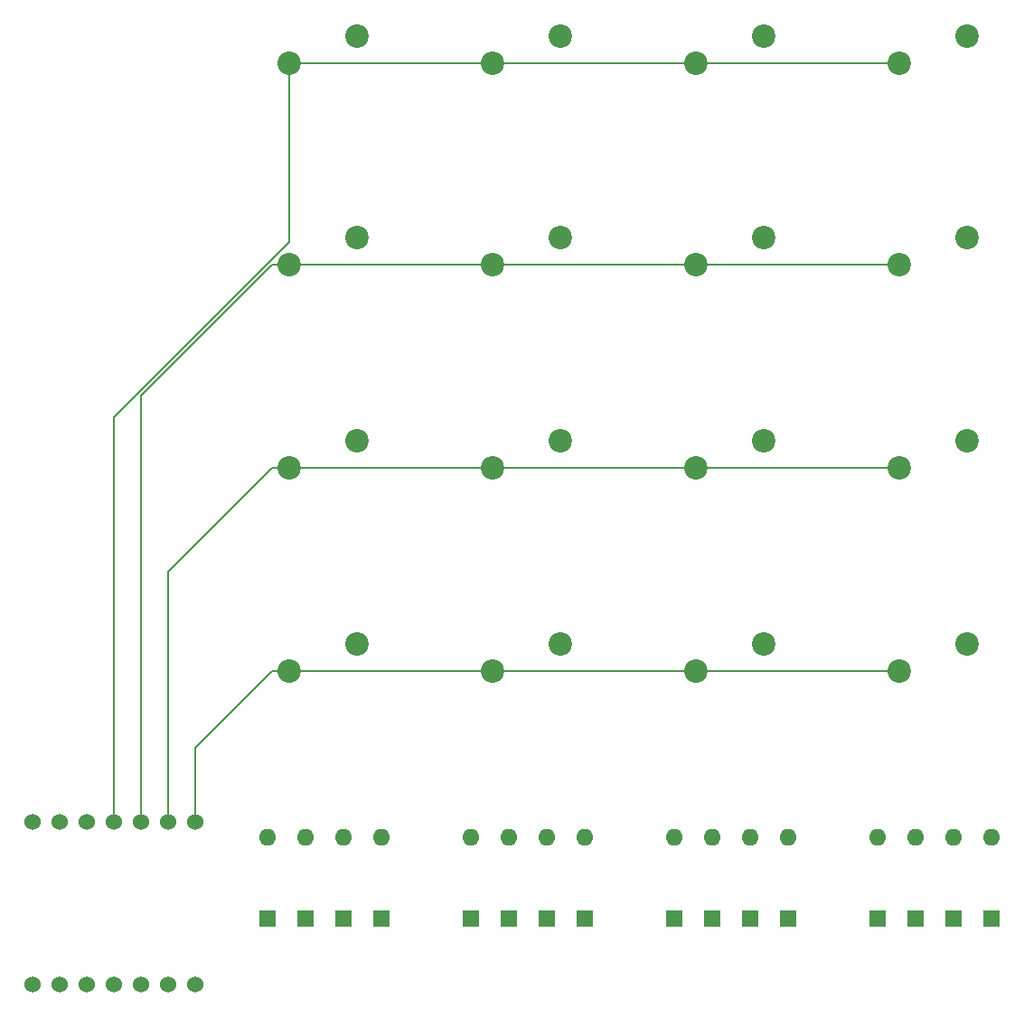
<source format=gbr>
%TF.GenerationSoftware,KiCad,Pcbnew,8.0.8*%
%TF.CreationDate,2025-02-17T14:53:19+01:00*%
%TF.ProjectId,macropad,6d616372-6f70-4616-942e-6b696361645f,rev?*%
%TF.SameCoordinates,Original*%
%TF.FileFunction,Copper,L2,Bot*%
%TF.FilePolarity,Positive*%
%FSLAX46Y46*%
G04 Gerber Fmt 4.6, Leading zero omitted, Abs format (unit mm)*
G04 Created by KiCad (PCBNEW 8.0.8) date 2025-02-17 14:53:19*
%MOMM*%
%LPD*%
G01*
G04 APERTURE LIST*
%TA.AperFunction,ComponentPad*%
%ADD10C,2.200000*%
%TD*%
%TA.AperFunction,ComponentPad*%
%ADD11R,1.600000X1.600000*%
%TD*%
%TA.AperFunction,ComponentPad*%
%ADD12O,1.600000X1.600000*%
%TD*%
%TA.AperFunction,ComponentPad*%
%ADD13C,1.524000*%
%TD*%
%TA.AperFunction,Conductor*%
%ADD14C,0.200000*%
%TD*%
G04 APERTURE END LIST*
D10*
%TO.P,SW11,1,1*%
%TO.N,Net-(D13-A)*%
X204765000Y-66272500D03*
%TO.P,SW11,2,2*%
%TO.N,Collom3*%
X198415000Y-68812500D03*
%TD*%
D11*
%TO.P,D16,1,K*%
%TO.N,Row4*%
X219025000Y-111063750D03*
D12*
%TO.P,D16,2,A*%
%TO.N,Net-(D16-A)*%
X219025000Y-103443750D03*
%TD*%
D10*
%TO.P,SW5,1,1*%
%TO.N,Net-(D7-A)*%
X185715000Y-28317500D03*
%TO.P,SW5,2,2*%
%TO.N,Collom1*%
X179365000Y-30857500D03*
%TD*%
%TO.P,SW13,1,1*%
%TO.N,Net-(D15-A)*%
X223815000Y-28317500D03*
%TO.P,SW13,2,2*%
%TO.N,Collom1*%
X217465000Y-30857500D03*
%TD*%
%TO.P,SW10,1,1*%
%TO.N,Net-(D12-A)*%
X204765000Y-47222500D03*
%TO.P,SW10,2,2*%
%TO.N,Collom2*%
X198415000Y-49762500D03*
%TD*%
%TO.P,SW12,1,1*%
%TO.N,Net-(D14-A)*%
X204765000Y-85322500D03*
%TO.P,SW12,2,2*%
%TO.N,Collom4*%
X198415000Y-87862500D03*
%TD*%
D11*
%TO.P,D7,1,K*%
%TO.N,Row2*%
X177375000Y-111063750D03*
D12*
%TO.P,D7,2,A*%
%TO.N,Net-(D7-A)*%
X177375000Y-103443750D03*
%TD*%
D11*
%TO.P,D12,1,K*%
%TO.N,Row3*%
X199975000Y-111063750D03*
D12*
%TO.P,D12,2,A*%
%TO.N,Net-(D12-A)*%
X199975000Y-103443750D03*
%TD*%
D11*
%TO.P,D11,1,K*%
%TO.N,Row3*%
X196425000Y-111063750D03*
D12*
%TO.P,D11,2,A*%
%TO.N,Net-(D11-A)*%
X196425000Y-103443750D03*
%TD*%
D11*
%TO.P,D8,1,K*%
%TO.N,Row2*%
X180925000Y-111063750D03*
D12*
%TO.P,D8,2,A*%
%TO.N,Net-(D8-A)*%
X180925000Y-103443750D03*
%TD*%
D11*
%TO.P,D6,1,K*%
%TO.N,Row1*%
X168975000Y-111063750D03*
D12*
%TO.P,D6,2,A*%
%TO.N,Net-(D6-A)*%
X168975000Y-103443750D03*
%TD*%
D10*
%TO.P,SW16,1,1*%
%TO.N,Net-(D18-A)*%
X223815000Y-85322500D03*
%TO.P,SW16,2,2*%
%TO.N,Collom4*%
X217465000Y-87862500D03*
%TD*%
%TO.P,SW8,1,1*%
%TO.N,Net-(D10-A)*%
X185715000Y-85322500D03*
%TO.P,SW8,2,2*%
%TO.N,Collom4*%
X179365000Y-87862500D03*
%TD*%
D11*
%TO.P,D15,1,K*%
%TO.N,Row4*%
X215475000Y-111063750D03*
D12*
%TO.P,D15,2,A*%
%TO.N,Net-(D15-A)*%
X215475000Y-103443750D03*
%TD*%
D11*
%TO.P,D14,1,K*%
%TO.N,Row3*%
X207075000Y-111063750D03*
D12*
%TO.P,D14,2,A*%
%TO.N,Net-(D14-A)*%
X207075000Y-103443750D03*
%TD*%
D10*
%TO.P,SW4,1,1*%
%TO.N,Net-(D6-A)*%
X166665000Y-85322500D03*
%TO.P,SW4,2,2*%
%TO.N,Collom4*%
X160315000Y-87862500D03*
%TD*%
D11*
%TO.P,D10,1,K*%
%TO.N,Row2*%
X188025000Y-111063750D03*
D12*
%TO.P,D10,2,A*%
%TO.N,Net-(D10-A)*%
X188025000Y-103443750D03*
%TD*%
D11*
%TO.P,D18,1,K*%
%TO.N,Row4*%
X226125000Y-111063750D03*
D12*
%TO.P,D18,2,A*%
%TO.N,Net-(D18-A)*%
X226125000Y-103443750D03*
%TD*%
D10*
%TO.P,SW9,1,1*%
%TO.N,Net-(D11-A)*%
X204765000Y-28317500D03*
%TO.P,SW9,2,2*%
%TO.N,Collom1*%
X198415000Y-30857500D03*
%TD*%
D11*
%TO.P,D4,1,K*%
%TO.N,Row1*%
X161875000Y-111063750D03*
D12*
%TO.P,D4,2,A*%
%TO.N,Net-(D4-A)*%
X161875000Y-103443750D03*
%TD*%
D10*
%TO.P,SW15,1,1*%
%TO.N,Net-(D17-A)*%
X223815000Y-66272500D03*
%TO.P,SW15,2,2*%
%TO.N,Collom3*%
X217465000Y-68812500D03*
%TD*%
D11*
%TO.P,D9,1,K*%
%TO.N,Row2*%
X184475000Y-111063750D03*
D12*
%TO.P,D9,2,A*%
%TO.N,Net-(D9-A)*%
X184475000Y-103443750D03*
%TD*%
D10*
%TO.P,SW14,1,1*%
%TO.N,Net-(D16-A)*%
X223815000Y-47222500D03*
%TO.P,SW14,2,2*%
%TO.N,Collom2*%
X217465000Y-49762500D03*
%TD*%
D11*
%TO.P,D17,1,K*%
%TO.N,Row4*%
X222575000Y-111063750D03*
D12*
%TO.P,D17,2,A*%
%TO.N,Net-(D17-A)*%
X222575000Y-103443750D03*
%TD*%
D10*
%TO.P,SW2,1,1*%
%TO.N,Net-(D4-A)*%
X166665000Y-47222500D03*
%TO.P,SW2,2,2*%
%TO.N,Collom2*%
X160315000Y-49762500D03*
%TD*%
%TO.P,SW6,1,1*%
%TO.N,Net-(D8-A)*%
X185715000Y-47222500D03*
%TO.P,SW6,2,2*%
%TO.N,Collom2*%
X179365000Y-49762500D03*
%TD*%
D11*
%TO.P,D5,1,K*%
%TO.N,Row1*%
X165425000Y-111063750D03*
D12*
%TO.P,D5,2,A*%
%TO.N,Net-(D5-A)*%
X165425000Y-103443750D03*
%TD*%
D10*
%TO.P,SW1,1,1*%
%TO.N,Net-(D3-A)*%
X166665000Y-28317500D03*
%TO.P,SW1,2,2*%
%TO.N,Collom1*%
X160315000Y-30857500D03*
%TD*%
%TO.P,SW7,1,1*%
%TO.N,Net-(D9-A)*%
X185715000Y-66272500D03*
%TO.P,SW7,2,2*%
%TO.N,Collom3*%
X179365000Y-68812500D03*
%TD*%
D13*
%TO.P,U1,1,GPIO26/ADC0/A0*%
%TO.N,Net-(D1-DIN)*%
X136290275Y-117255000D03*
%TO.P,U1,2,GPIO27/ADC1/A1*%
%TO.N,unconnected-(U1-GPIO27{slash}ADC1{slash}A1-Pad2)*%
X138830275Y-117255000D03*
%TO.P,U1,3,GPIO28/ADC2/A2*%
%TO.N,unconnected-(U1-GPIO28{slash}ADC2{slash}A2-Pad3)*%
X141370275Y-117255000D03*
%TO.P,U1,4,GPIO29/ADC3/A3*%
%TO.N,Row1*%
X143910275Y-117255000D03*
%TO.P,U1,5,GPIO6/SDA*%
%TO.N,Row2*%
X146450275Y-117255000D03*
%TO.P,U1,6,GPIO7/SCL*%
%TO.N,Row3*%
X148990275Y-117255000D03*
%TO.P,U1,7,GPIO0/TX*%
%TO.N,Row4*%
X151530275Y-117255000D03*
%TO.P,U1,8,GPIO1/RX*%
%TO.N,Collom4*%
X151530275Y-102015000D03*
%TO.P,U1,9,GPIO2/SCK*%
%TO.N,Collom3*%
X148990275Y-102015000D03*
%TO.P,U1,10,GPIO4/MISO*%
%TO.N,Collom2*%
X146450275Y-102015000D03*
%TO.P,U1,11,GPIO3/MOSI*%
%TO.N,Collom1*%
X143910275Y-102015000D03*
%TO.P,U1,12,3V3*%
%TO.N,unconnected-(U1-3V3-Pad12)*%
X141370275Y-102015000D03*
%TO.P,U1,13,GND*%
%TO.N,GND*%
X138830275Y-102015000D03*
%TO.P,U1,14,VBUS*%
%TO.N,+5V*%
X136290275Y-102015000D03*
%TD*%
D10*
%TO.P,SW3,1,1*%
%TO.N,Net-(D5-A)*%
X166665000Y-66272500D03*
%TO.P,SW3,2,2*%
%TO.N,Collom3*%
X160315000Y-68812500D03*
%TD*%
D11*
%TO.P,D3,1,K*%
%TO.N,Row1*%
X158325000Y-111063750D03*
D12*
%TO.P,D3,2,A*%
%TO.N,Net-(D3-A)*%
X158325000Y-103443750D03*
%TD*%
D11*
%TO.P,D13,1,K*%
%TO.N,Row3*%
X203525000Y-111063750D03*
D12*
%TO.P,D13,2,A*%
%TO.N,Net-(D13-A)*%
X203525000Y-103443750D03*
%TD*%
D14*
%TO.N,Collom1*%
X160315000Y-47641180D02*
X143910275Y-64045905D01*
X179365000Y-30857500D02*
X160315000Y-30857500D01*
X143910275Y-64045905D02*
X143910275Y-102015000D01*
X217465000Y-30857500D02*
X198415000Y-30857500D01*
X198415000Y-30857500D02*
X179365000Y-30857500D01*
X160315000Y-30857500D02*
X160315000Y-47641180D01*
%TO.N,Collom2*%
X146450275Y-62071591D02*
X146450275Y-102015000D01*
X158759366Y-49762500D02*
X146450275Y-62071591D01*
X160315000Y-49762500D02*
X158759366Y-49762500D01*
X198415000Y-49762500D02*
X179365000Y-49762500D01*
X217465000Y-49762500D02*
X198415000Y-49762500D01*
X179365000Y-49762500D02*
X160315000Y-49762500D01*
%TO.N,Collom3*%
X217465000Y-68812500D02*
X198415000Y-68812500D01*
X160315000Y-68812500D02*
X158759366Y-68812500D01*
X158759366Y-68812500D02*
X148990275Y-78581591D01*
X198415000Y-68812500D02*
X179365000Y-68812500D01*
X148990275Y-78581591D02*
X148990275Y-102015000D01*
X179365000Y-68812500D02*
X160315000Y-68812500D01*
%TO.N,Collom4*%
X179365000Y-87862500D02*
X160315000Y-87862500D01*
X158759366Y-87862500D02*
X151530275Y-95091591D01*
X198415000Y-87862500D02*
X217465000Y-87862500D01*
X160315000Y-87862500D02*
X158759366Y-87862500D01*
X151530275Y-95091591D02*
X151530275Y-102015000D01*
X179365000Y-87862500D02*
X198415000Y-87862500D01*
%TD*%
M02*

</source>
